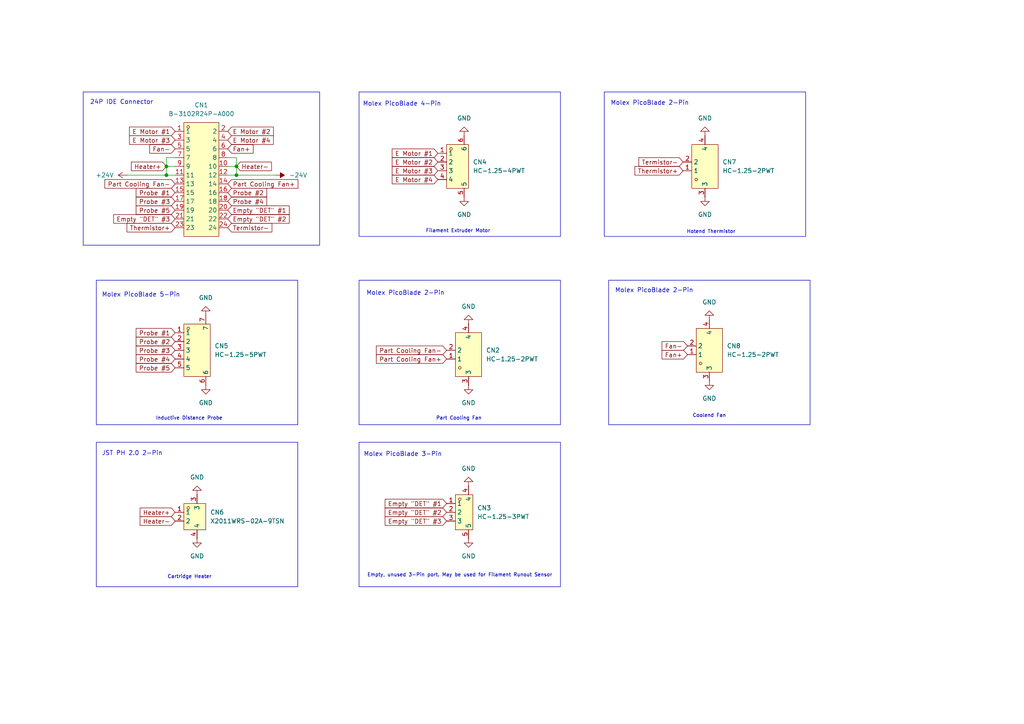
<source format=kicad_sch>
(kicad_sch (version 20231120) (generator "eeschema") (generator_version "8.0")
  (paper "A4")
  (title_block (title "SV06 Exturder Assembly PCB") (date "2024-06-06") (rev "1.00") (company "LimesKey"))
  (lib_symbols
    (symbol "Library:GND" (power) (pin_numbers hide) (pin_names (offset 0) hide)
      (property "Value" "GND" (at 0 -3.81 0))
      (symbol "GND_0_1"
        (polyline (pts (xy 0 0) (xy 0 -1.27) (xy 1.27 -1.27) (xy 0 -2.54) (xy -1.27 -1.27) (xy 0 -1.27)))
      )
      (symbol "GND_1_1"
        (pin power_in line (at 0 0 270) (length 0) (name "~") (number "1"))
      )
    )
    (symbol "easyeda2kicad:B-3102R24P-A000"
      (property "Reference" "CN" (at 0 20.32 0))
      (property "Value" "B-3102R24P-A000" (at 0 -17.78 0))
      (symbol "B-3102R24P-A000_0_1"
        (rectangle (start -5.08 17.78) (end 5.08 -15.24) (fill (type background)))
        (circle (center -3.81 16.51) (radius 0.38))
        (pin unspecified line (at -7.62 15.24 0) (length 2.54) (name "1") (number "1"))
        (pin unspecified line (at 7.62 5.08 180) (length 2.54) (name "10") (number "10"))
        (pin unspecified line (at -7.62 2.54 0) (length 2.54) (name "11") (number "11"))
        (pin unspecified line (at 7.62 2.54 180) (length 2.54) (name "12") (number "12"))
        (pin unspecified line (at -7.62 0 0) (length 2.54) (name "13") (number "13"))
        (pin unspecified line (at 7.62 0 180) (length 2.54) (name "14") (number "14"))
        (pin unspecified line (at -7.62 -2.54 0) (length 2.54) (name "15") (number "15"))
        (pin unspecified line (at 7.62 -2.54 180) (length 2.54) (name "16") (number "16"))
        (pin unspecified line (at -7.62 -5.08 0) (length 2.54) (name "17") (number "17"))
        (pin unspecified line (at 7.62 -5.08 180) (length 2.54) (name "18") (number "18"))
        (pin unspecified line (at -7.62 -7.62 0) (length 2.54) (name "19") (number "19"))
        (pin unspecified line (at 7.62 15.24 180) (length 2.54) (name "2") (number "2"))
        (pin unspecified line (at 7.62 -7.62 180) (length 2.54) (name "20") (number "20"))
        (pin unspecified line (at -7.62 -10.16 0) (length 2.54) (name "21") (number "21"))
        (pin unspecified line (at 7.62 -10.16 180) (length 2.54) (name "22") (number "22"))
        (pin unspecified line (at -7.62 -12.7 0) (length 2.54) (name "23") (number "23"))
        (pin unspecified line (at 7.62 -12.7 180) (length 2.54) (name "24") (number "24"))
        (pin unspecified line (at -7.62 12.7 0) (length 2.54) (name "3") (number "3"))
        (pin unspecified line (at 7.62 12.7 180) (length 2.54) (name "4") (number "4"))
        (pin unspecified line (at -7.62 10.16 0) (length 2.54) (name "5") (number "5"))
        (pin unspecified line (at 7.62 10.16 180) (length 2.54) (name "6") (number "6"))
        (pin unspecified line (at -7.62 7.62 0) (length 2.54) (name "7") (number "7"))
        (pin unspecified line (at 7.62 7.62 180) (length 2.54) (name "8") (number "8"))
        (pin unspecified line (at -7.62 5.08 0) (length 2.54) (name "9") (number "9"))
      )
    )
    (symbol "easyeda2kicad:HC-1.25-2PWT"
      (property "Reference" "CN" (at 0 13.97 0))
      (property "Value" "HC-1.25-2PWT" (at 0 -13.97 0))
      (symbol "HC-1.25-2PWT_0_1"
        (rectangle (start -2.54 6.35) (end 5.08 -6.35) (fill (type background)))
        (circle (center -1.27 -3.81) (radius 0.38))
        (pin unspecified line (at -5.08 -1.27 0) (length 2.54) (name "1") (number "1"))
        (pin unspecified line (at -5.08 1.27 0) (length 2.54) (name "2") (number "2"))
        (pin unspecified line (at 1.27 -8.89 90) (length 2.54) (name "3") (number "3"))
        (pin unspecified line (at 1.27 8.89 270) (length 2.54) (name "4") (number "4"))
      )
    )
    (symbol "easyeda2kicad:HC-1.25-3PWT"
      (property "Reference" "CN" (at 0 12.7 0))
      (property "Value" "HC-1.25-3PWT" (at 0 -12.7 0))
      (symbol "HC-1.25-3PWT_0_1"
        (rectangle (start -1.27 5.08) (end 3.81 -5.08) (fill (type background)))
        (circle (center 0 3.81) (radius 0.38))
        (pin unspecified line (at -3.81 2.54 0) (length 2.54) (name "1") (number "1"))
        (pin unspecified line (at -3.81 0 0) (length 2.54) (name "2") (number "2"))
        (pin unspecified line (at -3.81 -2.54 0) (length 2.54) (name "3") (number "3"))
        (pin unspecified line (at 2.54 7.62 270) (length 2.54) (name "4") (number "4"))
        (pin unspecified line (at 2.54 -7.62 90) (length 2.54) (name "5") (number "5"))
      )
    )
    (symbol "easyeda2kicad:HC-1.25-4PWT"
      (property "Reference" "CN" (at 0 13.97 0))
      (property "Value" "HC-1.25-4PWT" (at 0 -13.97 0))
      (symbol "HC-1.25-4PWT_0_1"
        (rectangle (start -1.27 6.35) (end 5.08 -6.35) (fill (type background)))
        (circle (center 0 5.08) (radius 0.38))
        (pin unspecified line (at -3.81 3.81 0) (length 2.54) (name "1") (number "1"))
        (pin unspecified line (at -3.81 1.27 0) (length 2.54) (name "2") (number "2"))
        (pin unspecified line (at -3.81 -1.27 0) (length 2.54) (name "3") (number "3"))
        (pin unspecified line (at -3.81 -3.81 0) (length 2.54) (name "4") (number "4"))
        (pin unspecified line (at 3.81 -8.89 90) (length 2.54) (name "5") (number "5"))
        (pin unspecified line (at 3.81 8.89 270) (length 2.54) (name "6") (number "6"))
      )
    )
    (symbol "easyeda2kicad:HC-1.25-5PWT"
      (property "Reference" "CN" (at 0 15.24 0))
      (property "Value" "HC-1.25-5PWT" (at 0 -15.24 0))
      (symbol "HC-1.25-5PWT_0_1"
        (rectangle (start -2.54 7.62) (end 5.08 -7.62) (fill (type background)))
        (circle (center -1.27 6.35) (radius 0.38))
        (pin unspecified line (at -5.08 5.08 0) (length 2.54) (name "1") (number "1"))
        (pin unspecified line (at -5.08 2.54 0) (length 2.54) (name "2") (number "2"))
        (pin unspecified line (at -5.08 0 0) (length 2.54) (name "3") (number "3"))
        (pin unspecified line (at -5.08 -2.54 0) (length 2.54) (name "4") (number "4"))
        (pin unspecified line (at -5.08 -5.08 0) (length 2.54) (name "5") (number "5"))
        (pin unspecified line (at 3.81 -10.16 90) (length 2.54) (name "6") (number "6"))
        (pin unspecified line (at 3.81 10.16 270) (length 2.54) (name "7") (number "7"))
      )
    )
    (symbol "easyeda2kicad:X2011WRS-02A-9TSN"
      (property "Reference" "CN" (at 0 12.7 0))
      (property "Value" "X2011WRS-02A-9TSN" (at 0 -10.16 0))
      (symbol "X2011WRS-02A-9TSN_0_1"
        (rectangle (start -1.27 5.08) (end 5.08 -2.54) (fill (type background)))
        (circle (center 0 3.81) (radius 0.38))
        (pin unspecified line (at -3.81 2.54 0) (length 2.54) (name "1") (number "1"))
        (pin unspecified line (at -3.81 0 0) (length 2.54) (name "2") (number "2"))
        (pin unspecified line (at 2.54 7.62 270) (length 2.54) (name "3") (number "3"))
        (pin unspecified line (at 2.54 -5.08 90) (length 2.54) (name "4") (number "4"))
      )
    )
    (symbol "power:+24V" (power) (pin_numbers hide) (pin_names (offset 0) hide)
      (property "Value" "+24V" (at 0 3.556 0))
      (symbol "+24V_0_1"
        (polyline (pts (xy -0.762 1.27) (xy 0 2.54)))
        (polyline (pts (xy 0 0) (xy 0 2.54)))
        (polyline (pts (xy 0 2.54) (xy 0.762 1.27)))
      )
      (symbol "+24V_1_1"
        (pin power_in line (at 0 0 90) (length 0) (name "~") (number "1"))
      )
    )
    (symbol "power:-24V" (power) (pin_numbers hide) (pin_names (offset 0) hide)
      (property "Value" "-24V" (at 0 3.556 0))
      (symbol "-24V_0_0"
        (pin power_in line (at 0 0 90) (length 0) (name "~") (number "1"))
      )
      (symbol "-24V_0_1"
        (polyline (pts (xy 0 0) (xy 0 1.27) (xy 0.762 1.27) (xy 0 2.54) (xy -0.762 1.27) (xy 0 1.27)) (fill (type outline)))
      )
    )
  )
  (junction (at 48.26 50.8))
  (junction (at 68.58 50.8))
  (junction (at 48.26 48.26))
  (junction (at 68.58 48.26))
  (wire (pts (xy 68.58 45.72) (xy 68.58 48.26)))
  (wire (pts (xy 66.04 45.72) (xy 68.58 45.72)))
  (wire (pts (xy 68.58 50.8) (xy 68.58 48.26)))
  (wire (pts (xy 68.58 48.26) (xy 66.04 48.26)))
  (wire (pts (xy 36.83 50.8) (xy 48.26 50.8)))
  (wire (pts (xy 50.8 50.8) (xy 48.26 50.8)))
  (wire (pts (xy 48.26 48.26) (xy 50.8 48.26)))
  (wire (pts (xy 48.26 45.72) (xy 48.26 48.26)))
  (wire (pts (xy 48.26 50.8) (xy 48.26 48.26)))
  (wire (pts (xy 66.04 50.8) (xy 68.58 50.8)))
  (wire (pts (xy 80.01 50.8) (xy 68.58 50.8)))
  (wire (pts (xy 50.8 45.72) (xy 48.26 45.72)))
  (rectangle (start 104.14 128.27) (end 162.56 170.18))
  (rectangle (start 24.13 26.67) (end 92.71 71.12))
  (rectangle (start 104.14 26.67) (end 162.56 68.58))
  (rectangle (start 27.94 81.28) (end 86.36 123.19))
  (rectangle (start 176.53 81.28) (end 234.95 123.19))
  (rectangle (start 27.94 128.27) (end 86.36 170.18))
  (rectangle (start 104.14 81.28) (end 162.56 123.19))
  (rectangle (start 175.26 26.67) (end 233.68 68.58))
  (text "24P IDE Connector" (at 35.306 29.718 0) (effects (font (size 1.27 1.27))))
  (text "Molex PicoBlade 5-Pin" (at 40.894 85.598 0) (effects (font (size 1.27 1.27))))
  (text "Molex PicoBlade 4-Pin" (at 116.586 30.226 0) (effects (font (size 1.27 1.27))))
  (text "Molex PicoBlade 2-Pin" (at 189.738 84.328 0) (effects (font (size 1.27 1.27))))
  (text "Molex PicoBlade 2-Pin" (at 188.468 29.972 0) (effects (font (size 1.27 1.27))))
  (text "JST PH 2.0 2-Pin" (at 38.354 131.572 0) (effects (font (size 1.27 1.27))))
  (text "Inductive Distance Probe" (at 54.864 121.412 0) (effects (font (size 1.016 1.016))))
  (text "Empty, unused 3-Pin port. May be used for Filament Runout Sensor\n" (at 133.35 166.878 0) (effects (font (size 1.016 1.016))))
  (text "Part Cooling Fan" (at 133.096 121.412 0) (effects (font (size 1.016 1.016))))
  (text "Filament Extruder Motor" (at 132.842 67.056 0) (effects (font (size 1.016 1.016))))
  (text "Coolend Fan" (at 205.74 120.65 0) (effects (font (size 1.016 1.016))))
  (text "Molex PicoBlade 3-Pin" (at 116.84 131.826 0) (effects (font (size 1.27 1.27))))
  (text "Cartridge Heater " (at 55.372 167.386 0) (effects (font (size 1.016 1.016))))
  (text "Hotend Thermistor" (at 206.248 67.31 0) (effects (font (size 1.016 1.016))))
  (text "Molex PicoBlade 2-Pin" (at 117.602 85.09 0) (effects (font (size 1.27 1.27))))
  (global_label "Part Cooling Fan-" (shape input) (at 129.54 101.6 180) (property "Intersheetrefs" "${INTERSHEET_REFS}" (effects (hide yes))))
  (global_label "Fan+" (shape input) (at 66.04 43.18 0) (property "Intersheetrefs" "${INTERSHEET_REFS}" (effects (hide yes))))
  (global_label "Empty \"DET\" #3" (shape input) (at 129.54 151.13 180) (property "Intersheetrefs" "${INTERSHEET_REFS}" (effects (hide yes))))
  (global_label "E Motor #3" (shape input) (at 127 49.53 180) (property "Intersheetrefs" "${INTERSHEET_REFS}" (effects (hide yes))))
  (global_label "E Motor #4" (shape input) (at 66.04 40.64 0) (property "Intersheetrefs" "${INTERSHEET_REFS}" (effects (hide yes))))
  (global_label "Empty \"DET\" #2" (shape input) (at 66.04 63.5 0) (property "Intersheetrefs" "${INTERSHEET_REFS}" (effects (hide yes))))
  (global_label "Termistor-" (shape input) (at 66.04 66.04 0) (property "Intersheetrefs" "${INTERSHEET_REFS}" (effects (hide yes))))
  (global_label "E Motor #1" (shape input) (at 50.8 38.1 180) (property "Intersheetrefs" "${INTERSHEET_REFS}" (effects (hide yes))))
  (global_label "E Motor #1" (shape input) (at 127 44.45 180) (property "Intersheetrefs" "${INTERSHEET_REFS}" (effects (hide yes))))
  (global_label "Probe #3" (shape input) (at 50.8 58.42 180) (property "Intersheetrefs" "${INTERSHEET_REFS}" (effects (hide yes))))
  (global_label "Probe #2" (shape input) (at 50.8 99.06 180) (property "Intersheetrefs" "${INTERSHEET_REFS}" (effects (hide yes))))
  (global_label "Termistor-" (shape input) (at 198.12 46.99 180) (property "Intersheetrefs" "${INTERSHEET_REFS}" (effects (hide yes))))
  (global_label "Probe #4" (shape input) (at 66.04 58.42 0) (property "Intersheetrefs" "${INTERSHEET_REFS}" (effects (hide yes))))
  (global_label "Part Cooling Fan-" (shape input) (at 50.8 53.34 180) (property "Intersheetrefs" "${INTERSHEET_REFS}" (effects (hide yes))))
  (global_label "Fan-" (shape input) (at 50.8 43.18 180) (property "Intersheetrefs" "${INTERSHEET_REFS}" (effects (hide yes))))
  (global_label "Empty \"DET\" #1" (shape input) (at 66.04 60.96 0) (property "Intersheetrefs" "${INTERSHEET_REFS}" (effects (hide yes))))
  (global_label "E Motor #4" (shape input) (at 127 52.07 180) (property "Intersheetrefs" "${INTERSHEET_REFS}" (effects (hide yes))))
  (global_label "Probe #1" (shape input) (at 50.8 96.52 180) (property "Intersheetrefs" "${INTERSHEET_REFS}" (effects (hide yes))))
  (global_label "Fan+" (shape input) (at 199.39 102.87 180) (property "Intersheetrefs" "${INTERSHEET_REFS}" (effects (hide yes))))
  (global_label "Heater+" (shape input) (at 48.26 48.26 180) (property "Intersheetrefs" "${INTERSHEET_REFS}" (effects (hide yes))))
  (global_label "Probe #4" (shape input) (at 50.8 104.14 180) (property "Intersheetrefs" "${INTERSHEET_REFS}" (effects (hide yes))))
  (global_label "Probe #1" (shape input) (at 50.8 55.88 180) (property "Intersheetrefs" "${INTERSHEET_REFS}" (effects (hide yes))))
  (global_label "Thermistor+" (shape input) (at 50.8 66.04 180) (property "Intersheetrefs" "${INTERSHEET_REFS}" (effects (hide yes))))
  (global_label "Part Cooling Fan+" (shape input) (at 66.04 53.34 0) (property "Intersheetrefs" "${INTERSHEET_REFS}" (effects (hide yes))))
  (global_label "Probe #3" (shape input) (at 50.8 101.6 180) (property "Intersheetrefs" "${INTERSHEET_REFS}" (effects (hide yes))))
  (global_label "Heater-" (shape input) (at 68.58 48.26 0) (property "Intersheetrefs" "${INTERSHEET_REFS}" (effects (hide yes))))
  (global_label "Heater-" (shape input) (at 50.8 151.13 180) (property "Intersheetrefs" "${INTERSHEET_REFS}" (effects (hide yes))))
  (global_label "Heater+" (shape input) (at 50.8 148.59 180) (property "Intersheetrefs" "${INTERSHEET_REFS}" (effects (hide yes))))
  (global_label "E Motor #2" (shape input) (at 66.04 38.1 0) (property "Intersheetrefs" "${INTERSHEET_REFS}" (effects (hide yes))))
  (global_label "Fan-" (shape input) (at 199.39 100.33 180) (property "Intersheetrefs" "${INTERSHEET_REFS}" (effects (hide yes))))
  (global_label "Probe #5" (shape input) (at 50.8 60.96 180) (property "Intersheetrefs" "${INTERSHEET_REFS}" (effects (hide yes))))
  (global_label "Thermistor+" (shape input) (at 198.12 49.53 180) (property "Intersheetrefs" "${INTERSHEET_REFS}" (effects (hide yes))))
  (global_label "Part Cooling Fan+" (shape input) (at 129.54 104.14 180) (property "Intersheetrefs" "${INTERSHEET_REFS}" (effects (hide yes))))
  (global_label "Empty \"DET\" #3" (shape input) (at 50.8 63.5 180) (property "Intersheetrefs" "${INTERSHEET_REFS}" (effects (hide yes))))
  (global_label "Empty \"DET\" #1" (shape input) (at 129.54 146.05 180) (property "Intersheetrefs" "${INTERSHEET_REFS}" (effects (hide yes))))
  (global_label "E Motor #2" (shape input) (at 127 46.99 180) (property "Intersheetrefs" "${INTERSHEET_REFS}" (effects (hide yes))))
  (global_label "Empty \"DET\" #2" (shape input) (at 129.54 148.59 180) (property "Intersheetrefs" "${INTERSHEET_REFS}" (effects (hide yes))))
  (global_label "Probe #2" (shape input) (at 66.04 55.88 0) (property "Intersheetrefs" "${INTERSHEET_REFS}" (effects (hide yes))))
  (global_label "E Motor #3" (shape input) (at 50.8 40.64 180) (property "Intersheetrefs" "${INTERSHEET_REFS}" (effects (hide yes))))
  (global_label "Probe #5" (shape input) (at 50.8 106.68 180) (property "Intersheetrefs" "${INTERSHEET_REFS}" (effects (hide yes))))
  (symbol (lib_id "easyeda2kicad:HC-1.25-2PWT") (at 204.47 101.6 0) (unit 1)
    (property "Reference" "CN8" (at 210.82 100.3299 0) (effects (justify left)))
    (property "Value" "HC-1.25-2PWT" (at 210.82 102.8699 0) (effects (justify left)))
    (property "Footprint" "easyeda2kicad:CONN-SMD_2P-P1.25-HC-1.25-2PWT" (effects (hide yes)))
    (property "LCSC Part" "C2845379" (effects (hide yes)))
  )
  (symbol (lib_id "Library:GND") (at 59.69 91.44 180) (unit 1)
    (property "Reference" "#PWR012" (effects (hide yes)))
    (property "Value" "GND" (at 59.69 86.36 0))
    (property "Description" "Power symbol creates a global label with name \"GND\" , ground" (effects (hide yes)))
  )
  (symbol (lib_id "easyeda2kicad:X2011WRS-02A-9TSN") (at 54.61 151.13 0) (unit 1)
    (property "Reference" "CN6" (at 60.96 148.5899 0) (effects (justify left)))
    (property "Value" "X2011WRS-02A-9TSN" (at 60.96 151.1299 0) (effects (justify left)))
    (property "Footprint" "easyeda2kicad:CONN-SMD_2P-P2.00_XKB_X2011WRS-02A-9TSN" (effects (hide yes)))
    (property "LCSC Part" "C571320" (effects (hide yes)))
  )
  (symbol (lib_id "power:+24V") (at 36.83 50.8 90) (unit 1)
    (property "Reference" "#PWR01" (effects (hide yes)))
    (property "Value" "+24V" (at 33.02 50.7999 90) (effects (justify left)))
    (property "Description" "Power symbol creates a global label with name \"+24V\"" (effects (hide yes)))
  )
  (symbol (lib_id "easyeda2kicad:HC-1.25-3PWT") (at 133.35 148.59 0) (unit 1)
    (property "Reference" "CN3" (at 138.43 147.3199 0) (effects (justify left)))
    (property "Value" "HC-1.25-3PWT" (at 138.43 149.8599 0) (effects (justify left)))
    (property "Footprint" "easyeda2kicad:CONN-SMD_HC-1.25-3PWT" (effects (hide yes)))
    (property "LCSC Part" "C2845380" (effects (hide yes)))
  )
  (symbol (lib_id "easyeda2kicad:HC-1.25-2PWT") (at 134.62 102.87 0) (unit 1)
    (property "Reference" "CN2" (at 140.97 101.5999 0) (effects (justify left)))
    (property "Value" "HC-1.25-2PWT" (at 140.97 104.1399 0) (effects (justify left)))
    (property "Footprint" "easyeda2kicad:CONN-SMD_2P-P1.25-HC-1.25-2PWT" (effects (hide yes)))
    (property "LCSC Part" "C2845379" (effects (hide yes)))
  )
  (symbol (lib_id "easyeda2kicad:HC-1.25-2PWT") (at 203.2 48.26 0) (unit 1)
    (property "Reference" "CN7" (at 209.55 46.9899 0) (effects (justify left)))
    (property "Value" "HC-1.25-2PWT" (at 209.55 49.5299 0) (effects (justify left)))
    (property "Footprint" "easyeda2kicad:CONN-SMD_2P-P1.25-HC-1.25-2PWT" (effects (hide yes)))
    (property "LCSC Part" "C2845379" (effects (hide yes)))
  )
  (symbol (lib_id "Library:GND") (at 59.69 111.76 0) (unit 1)
    (property "Reference" "#PWR011" (effects (hide yes)))
    (property "Value" "GND" (at 59.69 116.84 0))
    (property "Description" "Power symbol creates a global label with name \"GND\" , ground" (effects (hide yes)))
  )
  (symbol (lib_id "Library:GND") (at 134.62 39.37 180) (unit 1)
    (property "Reference" "#PWR013" (effects (hide yes)))
    (property "Value" "GND" (at 134.62 34.29 0))
    (property "Description" "Power symbol creates a global label with name \"GND\" , ground" (effects (hide yes)))
  )
  (symbol (lib_id "Library:GND") (at 135.89 111.76 0) (unit 1)
    (property "Reference" "#PWR05" (effects (hide yes)))
    (property "Value" "GND" (at 135.89 116.84 0))
    (property "Description" "Power symbol creates a global label with name \"GND\" , ground" (effects (hide yes)))
  )
  (symbol (lib_id "Library:GND") (at 135.89 140.97 180) (unit 1)
    (property "Reference" "#PWR015" (effects (hide yes)))
    (property "Value" "GND" (at 135.89 135.89 0))
    (property "Description" "Power symbol creates a global label with name \"GND\" , ground" (effects (hide yes)))
  )
  (symbol (lib_id "Library:GND") (at 205.74 92.71 180) (unit 1)
    (property "Reference" "#PWR09" (effects (hide yes)))
    (property "Value" "GND" (at 205.74 87.63 0))
    (property "Description" "Power symbol creates a global label with name \"GND\" , ground" (effects (hide yes)))
  )
  (symbol (lib_id "easyeda2kicad:HC-1.25-5PWT") (at 55.88 101.6 0) (unit 1)
    (property "Reference" "CN5" (at 62.23 100.3299 0) (effects (justify left)))
    (property "Value" "HC-1.25-5PWT" (at 62.23 102.8699 0) (effects (justify left)))
    (property "Footprint" "easyeda2kicad:CONN-SMD_5P-P1.25_HCTL_HC-1.25-5PWT" (effects (hide yes)))
    (property "LCSC Part" "C2845382" (effects (hide yes)))
  )
  (symbol (lib_id "Library:GND") (at 204.47 39.37 180) (unit 1)
    (property "Reference" "#PWR07" (effects (hide yes)))
    (property "Value" "GND" (at 204.47 34.29 0))
    (property "Description" "Power symbol creates a global label with name \"GND\" , ground" (effects (hide yes)))
  )
  (symbol (lib_id "Library:GND") (at 134.62 57.15 0) (unit 1)
    (property "Reference" "#PWR014" (effects (hide yes)))
    (property "Value" "GND" (at 134.62 62.23 0))
    (property "Description" "Power symbol creates a global label with name \"GND\" , ground" (effects (hide yes)))
  )
  (symbol (lib_id "Library:GND") (at 57.15 143.51 180) (unit 1)
    (property "Reference" "#PWR03" (effects (hide yes)))
    (property "Value" "GND" (at 57.15 138.43 0))
    (property "Description" "Power symbol creates a global label with name \"GND\" , ground" (effects (hide yes)))
  )
  (symbol (lib_id "power:-24V") (at 80.01 50.8 270) (unit 1)
    (property "Reference" "#PWR02" (effects (hide yes)))
    (property "Value" "-24V" (at 83.82 50.7999 90) (effects (justify left)))
    (property "Description" "Power symbol creates a global label with name \"-24V\"" (effects (hide yes)))
  )
  (symbol (lib_id "easyeda2kicad:B-3102R24P-A000") (at 58.42 53.34 0) (unit 1)
    (property "Reference" "CN1" (at 58.42 30.48 0))
    (property "Value" "B-3102R24P-A000" (at 58.42 33.02 0))
    (property "Footprint" "easyeda2kicad:IDC-TH_24P-P2.00_B-3102R24P-A000" (effects (hide yes)))
    (property "Datasheet" "https://lcsc.com/product-detail/IDC-Connectors_Shenzhen-Cankemeng-B-3102R24P-A000_C383593.html" (effects (hide yes)))
    (property "LCSC Part" "C383593" (effects (hide yes)))
  )
  (symbol (lib_id "Library:GND") (at 57.15 156.21 0) (unit 1)
    (property "Reference" "#PWR04" (effects (hide yes)))
    (property "Value" "GND" (at 57.15 161.29 0))
    (property "Description" "Power symbol creates a global label with name \"GND\" , ground" (effects (hide yes)))
  )
  (symbol (lib_id "easyeda2kicad:HC-1.25-4PWT") (at 130.81 48.26 0) (unit 1)
    (property "Reference" "CN4" (at 137.16 46.9899 0) (effects (justify left)))
    (property "Value" "HC-1.25-4PWT" (at 137.16 49.5299 0) (effects (justify left)))
    (property "Footprint" "easyeda2kicad:CONN-SMD_4P-P1.25-HC-1.25-4PWT" (effects (hide yes)))
    (property "LCSC Part" "C2845381" (effects (hide yes)))
  )
  (symbol (lib_id "Library:GND") (at 205.74 110.49 0) (unit 1)
    (property "Reference" "#PWR010" (effects (hide yes)))
    (property "Value" "GND" (at 205.74 115.57 0))
    (property "Description" "Power symbol creates a global label with name \"GND\" , ground" (effects (hide yes)))
  )
  (symbol (lib_id "Library:GND") (at 204.47 57.15 0) (unit 1)
    (property "Reference" "#PWR08" (effects (hide yes)))
    (property "Value" "GND" (at 204.47 62.23 0))
    (property "Description" "Power symbol creates a global label with name \"GND\" , ground" (effects (hide yes)))
  )
  (symbol (lib_id "Library:GND") (at 135.89 93.98 180) (unit 1)
    (property "Reference" "#PWR06" (effects (hide yes)))
    (property "Value" "GND" (at 135.89 88.9 0))
    (property "Description" "Power symbol creates a global label with name \"GND\" , ground" (effects (hide yes)))
  )
  (symbol (lib_id "Library:GND") (at 135.89 156.21 0) (unit 1)
    (property "Reference" "#PWR016" (effects (hide yes)))
    (property "Value" "GND" (at 135.89 161.29 0))
    (property "Description" "Power symbol creates a global label with name \"GND\" , ground" (effects (hide yes)))
  )
)
</source>
